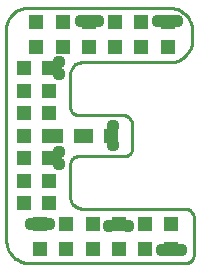
<source format=gts>
G75*
%MOIN*%
%OFA0B0*%
%FSLAX24Y24*%
%IPPOS*%
%LPD*%
%AMOC8*
5,1,8,0,0,1.08239X$1,22.5*
%
%ADD10C,0.0100*%
%ADD11R,0.0512X0.0512*%
%ADD12C,0.0437*%
D10*
X003142Y002517D02*
X008354Y002517D01*
X008354Y002516D02*
X008386Y002518D01*
X008418Y002523D01*
X008449Y002532D01*
X008479Y002545D01*
X008507Y002560D01*
X008534Y002579D01*
X008558Y002600D01*
X008579Y002624D01*
X008598Y002651D01*
X008613Y002679D01*
X008626Y002709D01*
X008635Y002740D01*
X008640Y002772D01*
X008642Y002804D01*
X008642Y004042D01*
X008641Y004041D02*
X008636Y004074D01*
X008628Y004107D01*
X008616Y004138D01*
X008601Y004168D01*
X008583Y004196D01*
X008562Y004222D01*
X008539Y004246D01*
X008513Y004268D01*
X008485Y004286D01*
X008455Y004301D01*
X008424Y004314D01*
X008392Y004323D01*
X008359Y004328D01*
X008325Y004330D01*
X008292Y004328D01*
X008292Y004329D02*
X004954Y004329D01*
X004917Y004328D01*
X004879Y004330D01*
X004842Y004336D01*
X004806Y004345D01*
X004770Y004358D01*
X004736Y004374D01*
X004703Y004392D01*
X004673Y004414D01*
X004644Y004439D01*
X004618Y004466D01*
X004594Y004495D01*
X004574Y004526D01*
X004556Y004559D01*
X004541Y004594D01*
X004530Y004630D01*
X004522Y004666D01*
X004517Y004704D01*
X004517Y005829D01*
X004522Y005861D01*
X004531Y005891D01*
X004543Y005920D01*
X004558Y005948D01*
X004576Y005974D01*
X004598Y005998D01*
X004621Y006019D01*
X004647Y006037D01*
X004675Y006053D01*
X004704Y006065D01*
X004735Y006074D01*
X004766Y006079D01*
X004798Y006081D01*
X004829Y006079D01*
X006292Y006079D01*
X006292Y006080D02*
X006323Y006078D01*
X006354Y006080D01*
X006385Y006085D01*
X006414Y006095D01*
X006443Y006107D01*
X006469Y006124D01*
X006494Y006143D01*
X006516Y006165D01*
X006535Y006189D01*
X006551Y006216D01*
X006564Y006244D01*
X006573Y006274D01*
X006579Y006305D01*
X006579Y006304D02*
X006579Y007103D01*
X006578Y007103D02*
X006580Y007136D01*
X006578Y007170D01*
X006572Y007203D01*
X006564Y007235D01*
X006551Y007267D01*
X006536Y007297D01*
X006517Y007325D01*
X006496Y007351D01*
X006472Y007374D01*
X006446Y007395D01*
X006417Y007413D01*
X006387Y007428D01*
X006356Y007440D01*
X006323Y007448D01*
X006290Y007453D01*
X006291Y007454D02*
X004756Y007454D01*
X004756Y007455D02*
X004726Y007460D01*
X004696Y007469D01*
X004668Y007480D01*
X004642Y007495D01*
X004617Y007513D01*
X004594Y007533D01*
X004574Y007556D01*
X004556Y007581D01*
X004542Y007608D01*
X004530Y007636D01*
X004522Y007665D01*
X004517Y007695D01*
X004515Y007726D01*
X004517Y007756D01*
X004517Y008804D01*
X004519Y008843D01*
X004525Y008882D01*
X004534Y008920D01*
X004547Y008957D01*
X004564Y008993D01*
X004584Y009026D01*
X004608Y009058D01*
X004634Y009087D01*
X004663Y009113D01*
X004695Y009137D01*
X004728Y009157D01*
X004764Y009174D01*
X004801Y009187D01*
X004839Y009196D01*
X004878Y009202D01*
X004917Y009204D01*
X007915Y009204D01*
X007969Y009212D01*
X008022Y009225D01*
X008074Y009241D01*
X008125Y009261D01*
X008174Y009284D01*
X008221Y009311D01*
X008267Y009341D01*
X008310Y009375D01*
X008350Y009411D01*
X008388Y009450D01*
X008423Y009492D01*
X008455Y009536D01*
X008484Y009583D01*
X008510Y009631D01*
X008531Y009681D01*
X008550Y009732D01*
X008564Y009785D01*
X008575Y009838D01*
X008582Y009892D01*
X008585Y009947D01*
X008584Y010001D01*
X008579Y010056D01*
X008579Y010216D01*
X008582Y010268D01*
X008581Y010321D01*
X008576Y010374D01*
X008567Y010426D01*
X008555Y010477D01*
X008539Y010528D01*
X008519Y010577D01*
X008496Y010625D01*
X008470Y010670D01*
X008440Y010714D01*
X008407Y010756D01*
X008372Y010795D01*
X008334Y010832D01*
X008293Y010865D01*
X008250Y010896D01*
X008205Y010924D01*
X008158Y010948D01*
X008109Y010969D01*
X008059Y010986D01*
X008008Y011000D01*
X007956Y011010D01*
X007903Y011016D01*
X007903Y011017D02*
X003017Y011017D01*
X003017Y011016D02*
X002965Y011010D01*
X002915Y010999D01*
X002865Y010985D01*
X002817Y010967D01*
X002770Y010946D01*
X002725Y010921D01*
X002681Y010893D01*
X002640Y010862D01*
X002602Y010827D01*
X002566Y010790D01*
X002533Y010751D01*
X002503Y010709D01*
X002476Y010664D01*
X002453Y010618D01*
X002433Y010571D01*
X002417Y010522D01*
X002404Y010472D01*
X002395Y010421D01*
X002390Y010370D01*
X002389Y010318D01*
X002392Y010267D01*
X002392Y003267D01*
X002394Y003213D01*
X002400Y003160D01*
X002409Y003108D01*
X002422Y003056D01*
X002439Y003005D01*
X002460Y002955D01*
X002484Y002908D01*
X002511Y002862D01*
X002542Y002818D01*
X002575Y002776D01*
X002612Y002737D01*
X002651Y002700D01*
X002693Y002667D01*
X002737Y002636D01*
X002783Y002609D01*
X002830Y002585D01*
X002880Y002564D01*
X002931Y002547D01*
X002983Y002534D01*
X003035Y002525D01*
X003088Y002519D01*
X003142Y002517D01*
D11*
X003517Y002978D03*
X003517Y003805D03*
X003805Y004517D03*
X003805Y005267D03*
X003805Y006017D03*
X003805Y006767D03*
X004041Y006767D03*
X003805Y007517D03*
X003805Y008267D03*
X003805Y009017D03*
X003392Y009728D03*
X002978Y009017D03*
X002978Y008267D03*
X002978Y007517D03*
X002978Y006767D03*
X002978Y006017D03*
X002978Y005267D03*
X002978Y004517D03*
X004392Y003805D03*
X004392Y002978D03*
X005267Y002978D03*
X005267Y003805D03*
X006142Y003805D03*
X006142Y002978D03*
X007017Y002978D03*
X007017Y003805D03*
X007892Y003805D03*
X007892Y002978D03*
X005868Y006767D03*
X005041Y006767D03*
X004868Y006767D03*
X005142Y009728D03*
X005142Y010555D03*
X004267Y010555D03*
X004267Y009728D03*
X003392Y010555D03*
X006017Y010555D03*
X006017Y009728D03*
X006892Y009728D03*
X006892Y010555D03*
X007767Y010555D03*
X007767Y009728D03*
D12*
X008079Y010579D03*
X007454Y010579D03*
X005454Y010579D03*
X004892Y010579D03*
X004142Y009204D03*
X004142Y008829D03*
X005954Y007079D03*
X005954Y006454D03*
X004142Y006204D03*
X004142Y005829D03*
X003829Y003829D03*
X003204Y003829D03*
X005829Y003767D03*
X006454Y003767D03*
X007579Y002954D03*
X008204Y002954D03*
M02*

</source>
